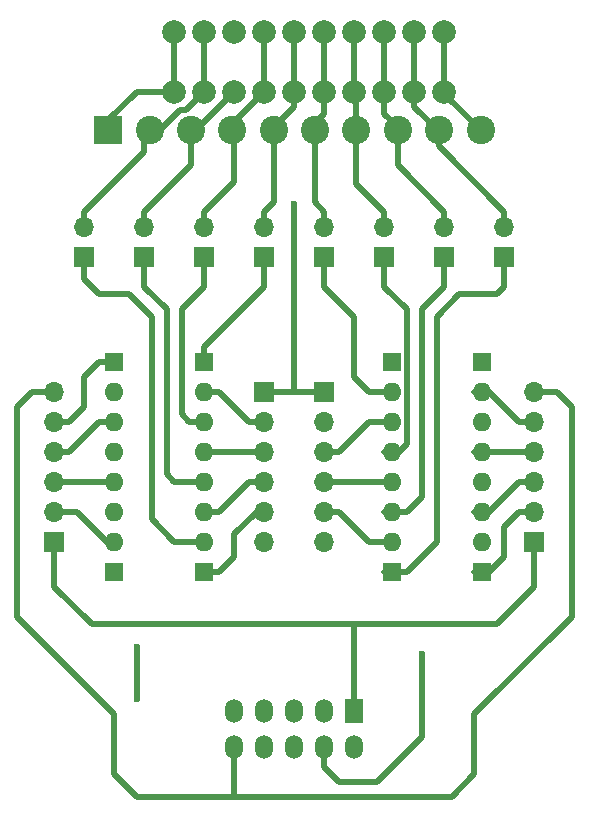
<source format=gbl>
G04 #@! TF.FileFunction,Copper,L2,Bot,Signal*
%FSLAX46Y46*%
G04 Gerber Fmt 4.6, Leading zero omitted, Abs format (unit mm)*
G04 Created by KiCad (PCBNEW 4.0.7) date Wednesday, January 10, 2018 'AMt' 07:06:06 AM*
%MOMM*%
%LPD*%
G01*
G04 APERTURE LIST*
%ADD10C,0.100000*%
%ADD11R,1.700000X1.700000*%
%ADD12O,1.700000X1.700000*%
%ADD13C,2.000000*%
%ADD14C,2.400000*%
%ADD15R,2.400000X2.400000*%
%ADD16O,1.500000X2.000000*%
%ADD17R,1.500000X2.000000*%
%ADD18R,1.600000X1.600000*%
%ADD19O,1.600000X1.600000*%
%ADD20C,0.600000*%
%ADD21C,0.500000*%
G04 APERTURE END LIST*
D10*
D11*
X40640000Y-114300000D03*
D12*
X40640000Y-111760000D03*
X40640000Y-109220000D03*
X40640000Y-106680000D03*
X40640000Y-104140000D03*
X40640000Y-101600000D03*
D11*
X81280000Y-114300000D03*
D12*
X81280000Y-111760000D03*
X81280000Y-109220000D03*
X81280000Y-106680000D03*
X81280000Y-104140000D03*
X81280000Y-101600000D03*
D11*
X63500000Y-101600000D03*
D12*
X63500000Y-104140000D03*
X63500000Y-106680000D03*
X63500000Y-109220000D03*
X63500000Y-111760000D03*
X63500000Y-114300000D03*
D13*
X50800000Y-76200000D03*
X50800000Y-71120000D03*
X53340000Y-76200000D03*
X53340000Y-71120000D03*
X55880000Y-76200000D03*
X55880000Y-71120000D03*
X58420000Y-76200000D03*
X58420000Y-71120000D03*
X60960000Y-76200000D03*
X60960000Y-71120000D03*
X63500000Y-76200000D03*
X63500000Y-71120000D03*
X66040000Y-76200000D03*
X66040000Y-71120000D03*
X68580000Y-76200000D03*
X68580000Y-71120000D03*
X71120000Y-76200000D03*
X71120000Y-71120000D03*
X73660000Y-76200000D03*
X73660000Y-71120000D03*
D14*
X52210000Y-79440000D03*
X48710000Y-79440000D03*
X55710000Y-79440000D03*
X59210000Y-79440000D03*
X62710000Y-79440000D03*
X66210000Y-79440000D03*
D15*
X45210000Y-79440000D03*
D14*
X69710000Y-79440000D03*
X73210000Y-79440000D03*
X76710000Y-79440000D03*
D11*
X58420000Y-101600000D03*
D12*
X58420000Y-104140000D03*
X58420000Y-106680000D03*
X58420000Y-109220000D03*
X58420000Y-111760000D03*
X58420000Y-114300000D03*
D16*
X55880000Y-128655000D03*
X55880000Y-131695000D03*
X58420000Y-131695000D03*
X58420000Y-128655000D03*
D17*
X66040000Y-128655000D03*
D16*
X66040000Y-131695000D03*
X63500000Y-128655000D03*
X63500000Y-131695000D03*
X60960000Y-128655000D03*
X60960000Y-131695000D03*
D11*
X43180000Y-90170000D03*
D12*
X43180000Y-87630000D03*
D11*
X48260000Y-90170000D03*
D12*
X48260000Y-87630000D03*
D11*
X53340000Y-90170000D03*
D12*
X53340000Y-87630000D03*
D11*
X58420000Y-90170000D03*
D12*
X58420000Y-87630000D03*
D11*
X63500000Y-90170000D03*
D12*
X63500000Y-87630000D03*
D11*
X68580000Y-90170000D03*
D12*
X68580000Y-87630000D03*
D11*
X73660000Y-90170000D03*
D12*
X73660000Y-87630000D03*
D11*
X78740000Y-90170000D03*
D12*
X78740000Y-87630000D03*
D18*
X45720000Y-116840000D03*
D19*
X53340000Y-99060000D03*
X45720000Y-114300000D03*
X53340000Y-101600000D03*
X45720000Y-111760000D03*
X53340000Y-104140000D03*
X45720000Y-109220000D03*
X53340000Y-106680000D03*
X45720000Y-106680000D03*
X53340000Y-109220000D03*
X45720000Y-104140000D03*
X53340000Y-111760000D03*
X45720000Y-101600000D03*
X53340000Y-114300000D03*
X45720000Y-99060000D03*
X53340000Y-116840000D03*
D18*
X45720000Y-99060000D03*
D19*
X53340000Y-116840000D03*
X45720000Y-101600000D03*
X53340000Y-114300000D03*
X45720000Y-104140000D03*
X53340000Y-111760000D03*
X45720000Y-106680000D03*
X53340000Y-109220000D03*
X45720000Y-109220000D03*
X53340000Y-106680000D03*
X45720000Y-111760000D03*
X53340000Y-104140000D03*
X45720000Y-114300000D03*
X53340000Y-101600000D03*
X45720000Y-116840000D03*
X53340000Y-99060000D03*
D18*
X53340000Y-99060000D03*
D19*
X45720000Y-116840000D03*
X53340000Y-101600000D03*
X45720000Y-114300000D03*
X53340000Y-104140000D03*
X45720000Y-111760000D03*
X53340000Y-106680000D03*
X45720000Y-109220000D03*
X53340000Y-109220000D03*
X45720000Y-106680000D03*
X53340000Y-111760000D03*
X45720000Y-104140000D03*
X53340000Y-114300000D03*
X45720000Y-101600000D03*
X53340000Y-116840000D03*
X45720000Y-99060000D03*
D18*
X53340000Y-116840000D03*
D19*
X45720000Y-99060000D03*
X53340000Y-114300000D03*
X45720000Y-101600000D03*
X53340000Y-111760000D03*
X45720000Y-104140000D03*
X53340000Y-109220000D03*
X45720000Y-106680000D03*
X53340000Y-106680000D03*
X45720000Y-109220000D03*
X53340000Y-104140000D03*
X45720000Y-111760000D03*
X53340000Y-101600000D03*
X45720000Y-114300000D03*
X53340000Y-99060000D03*
X45720000Y-116840000D03*
D18*
X76835000Y-99060000D03*
D19*
X69215000Y-116840000D03*
X76835000Y-101600000D03*
X69215000Y-114300000D03*
X76835000Y-104140000D03*
X69215000Y-111760000D03*
X76835000Y-106680000D03*
X69215000Y-109220000D03*
X76835000Y-109220000D03*
X69215000Y-106680000D03*
X76835000Y-111760000D03*
X69215000Y-104140000D03*
X76835000Y-114300000D03*
X69215000Y-101600000D03*
X76835000Y-116840000D03*
X69215000Y-99060000D03*
D18*
X76835000Y-116840000D03*
D19*
X69215000Y-99060000D03*
X76835000Y-114300000D03*
X69215000Y-101600000D03*
X76835000Y-111760000D03*
X69215000Y-104140000D03*
X76835000Y-109220000D03*
X69215000Y-106680000D03*
X76835000Y-106680000D03*
X69215000Y-109220000D03*
X76835000Y-104140000D03*
X69215000Y-111760000D03*
X76835000Y-101600000D03*
X69215000Y-114300000D03*
X76835000Y-99060000D03*
X69215000Y-116840000D03*
D18*
X69215000Y-116840000D03*
D19*
X76835000Y-99060000D03*
X69215000Y-114300000D03*
X76835000Y-101600000D03*
X69215000Y-111760000D03*
X76835000Y-104140000D03*
X69215000Y-109220000D03*
X76835000Y-106680000D03*
X69215000Y-106680000D03*
X76835000Y-109220000D03*
X69215000Y-104140000D03*
X76835000Y-111760000D03*
X69215000Y-101600000D03*
X76835000Y-114300000D03*
X69215000Y-99060000D03*
X76835000Y-116840000D03*
D18*
X69215000Y-99060000D03*
D19*
X76835000Y-116840000D03*
X69215000Y-101600000D03*
X76835000Y-114300000D03*
X69215000Y-104140000D03*
X76835000Y-111760000D03*
X69215000Y-106680000D03*
X76835000Y-109220000D03*
X69215000Y-109220000D03*
X76835000Y-106680000D03*
X69215000Y-111760000D03*
X76835000Y-104140000D03*
X69215000Y-114300000D03*
X76835000Y-101600000D03*
X69215000Y-116840000D03*
X76835000Y-99060000D03*
D20*
X47625000Y-123190000D03*
X47625000Y-127635000D03*
X71755000Y-123825000D03*
X60960000Y-85725000D03*
D21*
X40640000Y-111760000D02*
X42545000Y-111760000D01*
X42545000Y-111760000D02*
X45085000Y-114300000D01*
X45085000Y-114300000D02*
X45720000Y-114300000D01*
X40640000Y-109220000D02*
X45720000Y-109220000D01*
X40640000Y-106680000D02*
X41910000Y-106680000D01*
X44450000Y-104140000D02*
X45720000Y-104140000D01*
X41910000Y-106680000D02*
X44450000Y-104140000D01*
X40640000Y-104140000D02*
X41910000Y-104140000D01*
X44450000Y-99060000D02*
X45720000Y-99060000D01*
X43180000Y-100330000D02*
X44450000Y-99060000D01*
X43180000Y-102870000D02*
X43180000Y-100330000D01*
X41910000Y-104140000D02*
X43180000Y-102870000D01*
X43180000Y-90170000D02*
X43180000Y-92075000D01*
X50800000Y-114300000D02*
X53340000Y-114300000D01*
X43180000Y-92075000D02*
X44450000Y-93345000D01*
X50800000Y-114300000D02*
X48895000Y-112395000D01*
X46990000Y-93345000D02*
X44450000Y-93345000D01*
X48895000Y-112395000D02*
X48895000Y-95250000D01*
X48895000Y-95250000D02*
X46990000Y-93345000D01*
X76200000Y-101600000D02*
X77470000Y-101600000D01*
X80010000Y-104140000D02*
X81280000Y-104140000D01*
X77470000Y-101600000D02*
X80010000Y-104140000D01*
X76200000Y-106680000D02*
X81280000Y-106680000D01*
X76200000Y-111760000D02*
X77470000Y-111760000D01*
X77470000Y-111760000D02*
X80010000Y-109220000D01*
X80010000Y-109220000D02*
X81280000Y-109220000D01*
X76200000Y-116840000D02*
X77470000Y-116840000D01*
X80010000Y-111760000D02*
X81280000Y-111760000D01*
X78740000Y-113030000D02*
X80010000Y-111760000D01*
X78740000Y-115570000D02*
X78740000Y-113030000D01*
X77470000Y-116840000D02*
X78740000Y-115570000D01*
X48260000Y-90170000D02*
X48260000Y-92710000D01*
X50165000Y-94615000D02*
X48260000Y-92710000D01*
X50800000Y-109220000D02*
X50165000Y-108585000D01*
X50800000Y-109220000D02*
X53340000Y-109220000D01*
X50165000Y-108585000D02*
X50165000Y-94615000D01*
X51435000Y-103505000D02*
X51435000Y-94615000D01*
X51435000Y-94615000D02*
X53340000Y-92710000D01*
X52070000Y-104140000D02*
X51435000Y-103505000D01*
X53340000Y-90170000D02*
X53340000Y-92710000D01*
X52070000Y-104140000D02*
X53340000Y-104140000D01*
X58420000Y-90170000D02*
X58420000Y-92710000D01*
X53340000Y-97790000D02*
X58420000Y-92710000D01*
X53340000Y-97790000D02*
X53340000Y-99060000D01*
X63500000Y-90170000D02*
X63500000Y-92710000D01*
X67310000Y-101600000D02*
X66040000Y-100330000D01*
X67310000Y-101600000D02*
X68580000Y-101600000D01*
X66040000Y-95250000D02*
X66040000Y-100330000D01*
X63500000Y-92710000D02*
X66040000Y-95250000D01*
X68580000Y-90170000D02*
X68580000Y-92710000D01*
X69850000Y-106680000D02*
X70485000Y-106045000D01*
X70485000Y-106045000D02*
X70485000Y-94615000D01*
X70485000Y-94615000D02*
X68580000Y-92710000D01*
X69850000Y-106680000D02*
X68580000Y-106680000D01*
X70485000Y-111760000D02*
X71755000Y-110490000D01*
X71755000Y-110490000D02*
X71755000Y-94615000D01*
X71755000Y-94615000D02*
X73660000Y-92710000D01*
X70485000Y-111760000D02*
X68580000Y-111760000D01*
X73660000Y-90170000D02*
X73660000Y-92710000D01*
X70485000Y-116840000D02*
X73025000Y-114300000D01*
X73025000Y-114300000D02*
X73025000Y-95250000D01*
X73025000Y-95250000D02*
X74930000Y-93345000D01*
X74930000Y-93345000D02*
X77470000Y-93345000D01*
X70485000Y-116840000D02*
X68580000Y-116840000D01*
X78105000Y-93345000D02*
X77470000Y-93345000D01*
X78740000Y-92710000D02*
X78105000Y-93345000D01*
X78740000Y-90170000D02*
X78740000Y-92710000D01*
X53340000Y-116840000D02*
X54610000Y-116840000D01*
X55880000Y-113665000D02*
X57785000Y-111760000D01*
X55880000Y-115570000D02*
X55880000Y-113665000D01*
X54610000Y-116840000D02*
X55880000Y-115570000D01*
X57785000Y-111760000D02*
X58420000Y-111760000D01*
X53340000Y-111760000D02*
X54610000Y-111760000D01*
X57150000Y-109220000D02*
X58420000Y-109220000D01*
X54610000Y-111760000D02*
X57150000Y-109220000D01*
X53340000Y-106680000D02*
X58420000Y-106680000D01*
X53340000Y-101600000D02*
X54610000Y-101600000D01*
X57150000Y-104140000D02*
X58420000Y-104140000D01*
X54610000Y-101600000D02*
X57150000Y-104140000D01*
X47625000Y-127635000D02*
X47625000Y-123190000D01*
X71755000Y-130810000D02*
X71755000Y-123825000D01*
X67945000Y-134620000D02*
X71755000Y-130810000D01*
X64770000Y-134620000D02*
X67945000Y-134620000D01*
X63500000Y-131445000D02*
X63500000Y-133350000D01*
X63500000Y-133350000D02*
X64770000Y-134620000D01*
X63500000Y-106680000D02*
X64770000Y-106680000D01*
X67310000Y-104140000D02*
X68580000Y-104140000D01*
X64770000Y-106680000D02*
X67310000Y-104140000D01*
X68580000Y-109220000D02*
X63500000Y-109220000D01*
X68580000Y-114300000D02*
X67310000Y-114300000D01*
X64770000Y-111760000D02*
X63500000Y-111760000D01*
X67310000Y-114300000D02*
X64770000Y-111760000D01*
X78105000Y-121285000D02*
X81280000Y-118110000D01*
X66040000Y-121285000D02*
X78105000Y-121285000D01*
X43815000Y-121285000D02*
X66040000Y-121285000D01*
X40640000Y-118110000D02*
X43815000Y-121285000D01*
X66040000Y-128905000D02*
X66040000Y-121285000D01*
X40640000Y-114300000D02*
X40640000Y-118110000D01*
X81280000Y-118110000D02*
X81280000Y-114300000D01*
X84455000Y-102870000D02*
X84455000Y-120650000D01*
X83185000Y-101600000D02*
X84455000Y-102870000D01*
X83185000Y-101600000D02*
X81280000Y-101600000D01*
X76200000Y-128905000D02*
X76200000Y-133985000D01*
X84455000Y-120650000D02*
X76200000Y-128905000D01*
X76200000Y-133985000D02*
X74295000Y-135890000D01*
X55880000Y-135890000D02*
X74295000Y-135890000D01*
X47625000Y-135890000D02*
X55880000Y-135890000D01*
X45720000Y-128905000D02*
X45720000Y-133985000D01*
X37465000Y-120650000D02*
X45720000Y-128905000D01*
X45720000Y-133985000D02*
X47625000Y-135890000D01*
X37465000Y-102870000D02*
X37465000Y-120650000D01*
X37465000Y-102870000D02*
X38735000Y-101600000D01*
X55880000Y-131445000D02*
X55880000Y-135890000D01*
X40640000Y-101600000D02*
X38735000Y-101600000D01*
X60960000Y-101600000D02*
X60960000Y-85725000D01*
X58420000Y-101600000D02*
X60960000Y-101600000D01*
X60960000Y-101600000D02*
X63500000Y-101600000D01*
X73660000Y-76200000D02*
X73660000Y-76390000D01*
X73660000Y-76390000D02*
X76710000Y-79440000D01*
X73660000Y-71120000D02*
X73660000Y-76200000D01*
X45210000Y-79440000D02*
X45210000Y-78615000D01*
X45210000Y-78615000D02*
X47625000Y-76200000D01*
X47625000Y-76200000D02*
X50800000Y-76200000D01*
X50800000Y-71120000D02*
X50800000Y-76200000D01*
X43180000Y-87630000D02*
X43180000Y-86360000D01*
X48260000Y-81280000D02*
X48260000Y-79890000D01*
X43180000Y-86360000D02*
X48260000Y-81280000D01*
X48260000Y-79890000D02*
X48710000Y-79440000D01*
X48710000Y-79440000D02*
X49592000Y-79440000D01*
X49592000Y-79440000D02*
X51308000Y-77724000D01*
X51816000Y-77724000D02*
X53340000Y-76200000D01*
X51308000Y-77724000D02*
X51816000Y-77724000D01*
X48710000Y-79440000D02*
X49465000Y-79440000D01*
X53340000Y-76200000D02*
X53340000Y-76835000D01*
X53340000Y-71120000D02*
X53340000Y-76200000D01*
X48260000Y-87630000D02*
X48260000Y-86360000D01*
X48260000Y-86360000D02*
X52210000Y-82410000D01*
X52210000Y-82410000D02*
X52210000Y-79440000D01*
X52210000Y-79440000D02*
X52640000Y-79440000D01*
X52640000Y-79440000D02*
X55880000Y-76200000D01*
X53340000Y-87630000D02*
X53340000Y-86360000D01*
X53340000Y-86360000D02*
X55880000Y-83820000D01*
X55880000Y-83820000D02*
X55880000Y-79610000D01*
X55880000Y-79610000D02*
X55710000Y-79440000D01*
X58420000Y-71120000D02*
X58420000Y-76200000D01*
X58420000Y-76200000D02*
X55710000Y-78910000D01*
X55710000Y-78910000D02*
X55710000Y-79440000D01*
X58420000Y-87630000D02*
X58420000Y-86360000D01*
X58420000Y-86360000D02*
X59210000Y-85570000D01*
X59210000Y-85570000D02*
X59210000Y-79440000D01*
X60960000Y-71120000D02*
X60960000Y-76200000D01*
X60960000Y-76200000D02*
X60960000Y-77470000D01*
X60960000Y-77470000D02*
X59210000Y-79220000D01*
X59210000Y-79220000D02*
X59210000Y-79440000D01*
X63500000Y-87630000D02*
X63500000Y-86360000D01*
X63500000Y-86360000D02*
X62710000Y-85570000D01*
X62710000Y-85570000D02*
X62710000Y-79440000D01*
X63500000Y-71120000D02*
X63500000Y-76200000D01*
X63500000Y-76200000D02*
X63500000Y-78105000D01*
X63500000Y-78105000D02*
X62710000Y-78895000D01*
X62710000Y-78895000D02*
X62710000Y-79440000D01*
X68580000Y-87630000D02*
X68580000Y-86360000D01*
X68580000Y-86360000D02*
X66210000Y-83990000D01*
X66210000Y-83990000D02*
X66210000Y-79440000D01*
X66040000Y-71120000D02*
X66040000Y-76200000D01*
X66040000Y-76200000D02*
X66210000Y-76370000D01*
X66210000Y-76370000D02*
X66210000Y-79440000D01*
X73660000Y-87630000D02*
X73660000Y-86360000D01*
X73660000Y-86360000D02*
X69710000Y-82410000D01*
X69710000Y-82410000D02*
X69710000Y-79440000D01*
X68580000Y-71120000D02*
X68580000Y-76200000D01*
X68580000Y-76200000D02*
X68580000Y-78105000D01*
X68580000Y-78105000D02*
X69710000Y-79235000D01*
X69710000Y-79235000D02*
X69710000Y-79440000D01*
X78740000Y-87630000D02*
X78740000Y-86360000D01*
X78740000Y-86360000D02*
X73210000Y-80830000D01*
X73210000Y-80830000D02*
X73210000Y-79440000D01*
X71120000Y-71120000D02*
X71120000Y-76200000D01*
X71120000Y-76200000D02*
X71120000Y-77470000D01*
X71120000Y-77470000D02*
X73090000Y-79440000D01*
X73090000Y-79440000D02*
X73210000Y-79440000D01*
M02*

</source>
